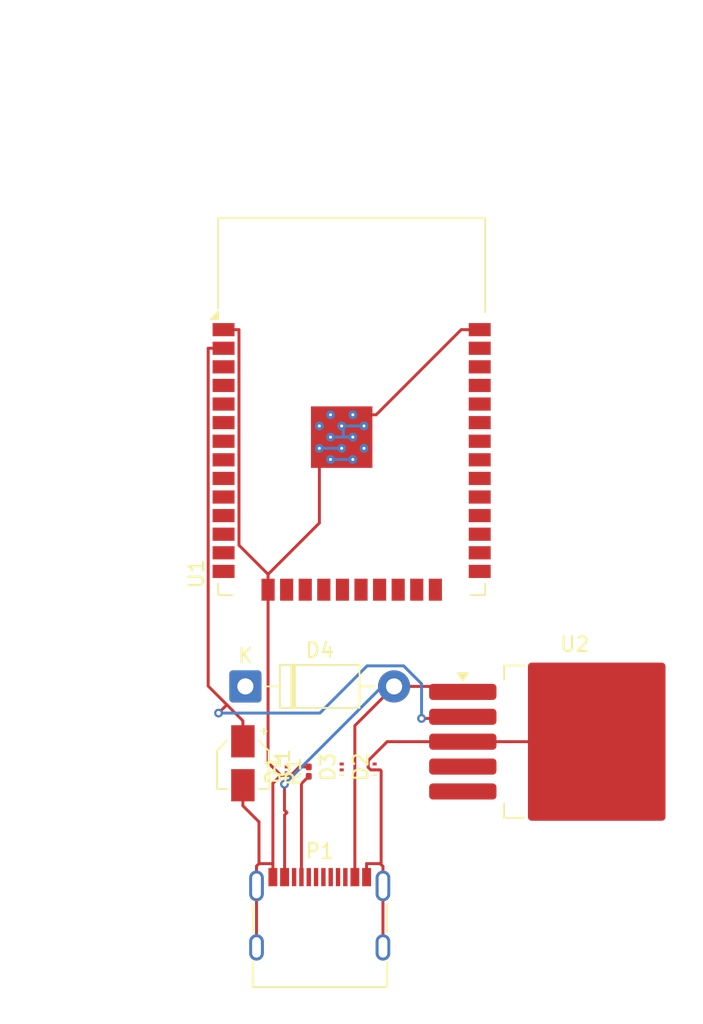
<source format=kicad_pcb>
(kicad_pcb (version 20241229) (generator "pcbnew") (generator_version "9.0")
  (layers (0 "F.Cu" signal) (2 "B.Cu" signal) (13 "F.Paste" user) (15 "B.Paste" user) (5 "F.SilkS" user "F.Silkscreen") (7 "B.SilkS" user "B.Silkscreen") (1 "F.Mask" user) (3 "B.Mask" user) (25 "Edge.Cuts" user))
  (net 0 "")
  (net 1 "+3V3")
  (net 2 "GND")
  (net 38 "+5V")
  (net 40 "/USB_DN")
  (net 41 "/USB_DP")
  (net 42 "VCC_5V")
  (net 43 "/VCONN")
  (net 44 "Net-(P1-CC)")
  (footprint "Diode_SMD:Nexperia_DSN0603-2_0.6x0.3mm_P0.4mm" (layer "F.Cu") (at 50 124.25 90)
    (property "Reference" "D3" (at 0 -0.95 90) (layer "F.SilkS"))
    (property "Value" "D_TVS")
    (fp_line (start -0.56 0.1) (end -0.56 -0.1) (stroke (width 0.12)) (layer "F.SilkS"))
    (pad "1" smd rect (at -0.2 0 180) (size 0.28 0.2) (layers "F.Cu" "F.Mask") (net 2 "GND") (clearance 0.05))
    (pad "2" smd rect (at 0.2 0 180) (size 0.28 0.2) (layers "F.Cu" "F.Mask") (net 41 "/USB_DP") (clearance 0.05))
  )
  (footprint "Capacitor_SMD:CP_Elec_3x5.3" (layer "F.Cu") (at 43.25 124 -90)
    (property "Reference" "C1" (at 0 -2.7 90) (layer "F.SilkS"))
    (property "Value" "C")
    (fp_line (start -0.870563 1.76) (end 1.76 1.76) (stroke (width 0.12)) (layer "F.SilkS"))
    (fp_line (start 1.76 1.76) (end 1.76 1.06) (stroke (width 0.12)) (layer "F.SilkS"))
    (fp_line (start -1.570563 1.06) (end -0.870563 1.76) (stroke (width 0.12)) (layer "F.SilkS"))
    (fp_line (start -1.570563 -1.06) (end -0.870563 -1.76) (stroke (width 0.12)) (layer "F.SilkS"))
    (fp_line (start -2.375 -1.435) (end -2 -1.435) (stroke (width 0.12)) (layer "F.SilkS"))
    (fp_line (start -2.1875 -1.6225) (end -2.1875 -1.2475) (stroke (width 0.12)) (layer "F.SilkS"))
    (fp_line (start -0.870563 -1.76) (end 1.76 -1.76) (stroke (width 0.12)) (layer "F.SilkS"))
    (fp_line (start 1.76 -1.76) (end 1.76 -1.06) (stroke (width 0.12)) (layer "F.SilkS"))
    (pad "1" smd rect (at -1.5 0 270) (size 2.2 1.6) (layers "F.Cu" "F.Mask" "F.Paste") (net 1 "+3V3"))
    (pad "2" smd rect (at 1.5 0 270) (size 2.2 1.6) (layers "F.Cu" "F.Mask" "F.Paste") (net 2 "GND"))
  )
  (footprint "Diode_SMD:Nexperia_DSN0603-2_0.6x0.3mm_P0.4mm" (layer "F.Cu") (at 52.25 124.25 90)
    (property "Reference" "D2" (at 0 -0.95 90) (layer "F.SilkS"))
    (property "Value" "D_TVS")
    (fp_line (start -0.56 0.1) (end -0.56 -0.1) (stroke (width 0.12)) (layer "F.SilkS"))
    (pad "1" smd rect (at -0.2 0 180) (size 0.28 0.2) (layers "F.Cu" "F.Mask") (net 2 "GND") (clearance 0.05))
    (pad "2" smd rect (at 0.2 0 180) (size 0.28 0.2) (layers "F.Cu" "F.Mask") (net 40 "/USB_DN") (clearance 0.05))
  )
  (footprint "RF_Module:ESP32-WROOM-32" (layer "F.Cu") (at 50.68 102.635)
    (property "Reference" "U1" (at -10.61 8.43 90) (layer "F.SilkS"))
    (property "Value" "ESP32-WROOM-32")
    (fp_line (start -9.12 -15.86) (end -9.12 -9.7) (stroke (width 0.12)) (layer "F.SilkS"))
    (fp_line (start -9.12 -15.86) (end 9.12 -15.86) (stroke (width 0.12)) (layer "F.SilkS"))
    (fp_line (start -9.12 9.1) (end -9.12 9.88) (stroke (width 0.12)) (layer "F.SilkS"))
    (fp_line (start -9.12 9.88) (end -8.12 9.88) (stroke (width 0.12)) (layer "F.SilkS"))
    (fp_line (start 9.12 -15.86) (end 9.12 -9.445) (stroke (width 0.12)) (layer "F.SilkS"))
    (fp_line (start 9.12 9.1) (end 9.12 9.88) (stroke (width 0.12)) (layer "F.SilkS"))
    (fp_line (start 9.12 9.88) (end 8.12 9.88) (stroke (width 0.12)) (layer "F.SilkS"))
    (fp_poly (pts (xy -9.125 -8.975) (xy -9.625 -8.975) (xy -9.125 -9.475) (xy -9.125 -8.975)) (stroke (width 0.12)) (fill yes) (layer "F.SilkS"))
    (pad "1" smd rect (at -8.75 -8.25) (size 1.5 0.9) (layers "F.Cu" "F.Mask" "F.Paste") (net 2 "GND"))
    (pad "2" smd rect (at -8.75 -6.98) (size 1.5 0.9) (layers "F.Cu" "F.Mask" "F.Paste") (net 1 "+3V3"))
    (pad "3" smd rect (at -8.75 -5.71) (size 1.5 0.9) (layers "F.Cu" "F.Mask" "F.Paste"))
    (pad "4" smd rect (at -8.75 -4.44) (size 1.5 0.9) (layers "F.Cu" "F.Mask" "F.Paste"))
    (pad "5" smd rect (at -8.75 -3.17) (size 1.5 0.9) (layers "F.Cu" "F.Mask" "F.Paste"))
    (pad "6" smd rect (at -8.75 -1.9) (size 1.5 0.9) (layers "F.Cu" "F.Mask" "F.Paste"))
    (pad "7" smd rect (at -8.75 -0.63) (size 1.5 0.9) (layers "F.Cu" "F.Mask" "F.Paste"))
    (pad "8" smd rect (at -8.75 0.64) (size 1.5 0.9) (layers "F.Cu" "F.Mask" "F.Paste"))
    (pad "9" smd rect (at -8.75 1.91) (size 1.5 0.9) (layers "F.Cu" "F.Mask" "F.Paste"))
    (pad "10" smd rect (at -8.75 3.18) (size 1.5 0.9) (layers "F.Cu" "F.Mask" "F.Paste"))
    (pad "11" smd rect (at -8.75 4.45) (size 1.5 0.9) (layers "F.Cu" "F.Mask" "F.Paste"))
    (pad "12" smd rect (at -8.75 5.72) (size 1.5 0.9) (layers "F.Cu" "F.Mask" "F.Paste"))
    (pad "13" smd rect (at -8.75 6.99) (size 1.5 0.9) (layers "F.Cu" "F.Mask" "F.Paste"))
    (pad "14" smd rect (at -8.75 8.26) (size 1.5 0.9) (layers "F.Cu" "F.Mask" "F.Paste"))
    (pad "15" smd rect (at -5.71 9.51 90) (size 1.5 0.9) (layers "F.Cu" "F.Mask" "F.Paste") (net 2 "GND"))
    (pad "16" smd rect (at -4.44 9.51 90) (size 1.5 0.9) (layers "F.Cu" "F.Mask" "F.Paste"))
    (pad "17" smd rect (at -3.17 9.51 90) (size 1.5 0.9) (layers "F.Cu" "F.Mask" "F.Paste"))
    (pad "18" smd rect (at -1.9 9.51 90) (size 1.5 0.9) (layers "F.Cu" "F.Mask" "F.Paste"))
    (pad "19" smd rect (at -0.63 9.51 90) (size 1.5 0.9) (layers "F.Cu" "F.Mask" "F.Paste"))
    (pad "20" smd rect (at 0.64 9.51 90) (size 1.5 0.9) (layers "F.Cu" "F.Mask" "F.Paste"))
    (pad "21" smd rect (at 1.91 9.51 90) (size 1.5 0.9) (layers "F.Cu" "F.Mask" "F.Paste"))
    (pad "22" smd rect (at 3.18 9.51 90) (size 1.5 0.9) (layers "F.Cu" "F.Mask" "F.Paste"))
    (pad "23" smd rect (at 4.45 9.51 90) (size 1.5 0.9) (layers "F.Cu" "F.Mask" "F.Paste"))
    (pad "24" smd rect (at 5.72 9.51 90) (size 1.5 0.9) (layers "F.Cu" "F.Mask" "F.Paste"))
    (pad "25" smd rect (at 8.75 8.26) (size 1.5 0.9) (layers "F.Cu" "F.Mask" "F.Paste"))
    (pad "26" smd rect (at 8.75 6.99) (size 1.5 0.9) (layers "F.Cu" "F.Mask" "F.Paste"))
    (pad "27" smd rect (at 8.75 5.72) (size 1.5 0.9) (layers "F.Cu" "F.Mask" "F.Paste"))
    (pad "28" smd rect (at 8.75 4.45) (size 1.5 0.9) (layers "F.Cu" "F.Mask" "F.Paste"))
    (pad "29" smd rect (at 8.75 3.18) (size 1.5 0.9) (layers "F.Cu" "F.Mask" "F.Paste"))
    (pad "30" smd rect (at 8.75 1.91) (size 1.5 0.9) (layers "F.Cu" "F.Mask" "F.Paste"))
    (pad "31" smd rect (at 8.75 0.64) (size 1.5 0.9) (layers "F.Cu" "F.Mask" "F.Paste"))
    (pad "32" smd rect (at 8.75 -0.63) (size 1.5 0.9) (layers "F.Cu" "F.Mask" "F.Paste"))
    (pad "33" smd rect (at 8.75 -1.9) (size 1.5 0.9) (layers "F.Cu" "F.Mask" "F.Paste"))
    (pad "34" smd rect (at 8.75 -3.17) (size 1.5 0.9) (layers "F.Cu" "F.Mask" "F.Paste"))
    (pad "35" smd rect (at 8.75 -4.44) (size 1.5 0.9) (layers "F.Cu" "F.Mask" "F.Paste"))
    (pad "36" smd rect (at 8.75 -5.71) (size 1.5 0.9) (layers "F.Cu" "F.Mask" "F.Paste"))
    (pad "37" smd rect (at 8.75 -6.98) (size 1.5 0.9) (layers "F.Cu" "F.Mask" "F.Paste"))
    (pad "38" smd rect (at 8.75 -8.25) (size 1.5 0.9) (layers "F.Cu" "F.Mask" "F.Paste") (net 2 "GND"))
    (pad "39" smd rect (at -2.205 -2.435) (size 1.05 1.05) (layers "F.Cu" "F.Paste") (net 2 "GND"))
    (pad "39" thru_hole circle (at -2.205 -1.6725) (size 0.6 0.6) (drill 0.2) (property pad_prop_heatsink) (layers "*.Cu" "F.Mask") (net 2 "GND"))
    (pad "39" smd rect (at -2.205 -0.91) (size 1.05 1.05) (layers "F.Cu" "F.Paste") (net 2 "GND"))
    (pad "39" thru_hole circle (at -2.205 -0.1475) (size 0.6 0.6) (drill 0.2) (property pad_prop_heatsink) (layers "*.Cu" "F.Mask") (net 2 "GND"))
    (pad "39" smd rect (at -2.205 0.615) (size 1.05 1.05) (layers "F.Cu" "F.Paste") (net 2 "GND"))
    (pad "39" thru_hole circle (at -1.4425 -2.435) (size 0.6 0.6) (drill 0.2) (property pad_prop_heatsink) (layers "*.Cu" "F.Mask") (net 2 "GND"))
    (pad "39" thru_hole circle (at -1.4425 -0.91) (size 0.6 0.6) (drill 0.2) (property pad_prop_heatsink) (layers "*.Cu" "F.Mask") (net 2 "GND"))
    (pad "39" thru_hole circle (at -1.4425 0.615) (size 0.6 0.6) (drill 0.2) (property pad_prop_heatsink) (layers "*.Cu" "F.Mask") (net 2 "GND"))
    (pad "39" smd rect (at -0.68 -2.435) (size 1.05 1.05) (layers "F.Cu" "F.Paste") (net 2 "GND"))
    (pad "39" thru_hole circle (at -0.68 -1.6725) (size 0.6 0.6) (drill 0.2) (property pad_prop_heatsink) (layers "*.Cu" "F.Mask") (net 2 "GND"))
    (pad "39" smd rect (at -0.68 -0.91) (size 1.05 1.05) (layers "F.Cu" "F.Paste") (net 2 "GND"))
    (pad "39" smd rect (at -0.68 -0.91) (size 4.2 4.2) (property pad_prop_heatsink) (layers "F.Cu" "F.Mask") (net 2 "GND"))
    (pad "39" thru_hole circle (at -0.68 -0.1475) (size 0.6 0.6) (drill 0.2) (property pad_prop_heatsink) (layers "*.Cu" "F.Mask") (net 2 "GND"))
    (pad "39" smd rect (at -0.68 0.615) (size 1.05 1.05) (layers "F.Cu" "F.Paste") (net 2 "GND"))
    (pad "39" thru_hole circle (at 0.0825 -2.435) (size 0.6 0.6) (drill 0.2) (property pad_prop_heatsink) (layers "*.Cu" "F.Mask") (net 2 "GND"))
    (pad "39" thru_hole circle (at 0.0825 -0.91) (size 0.6 0.6) (drill 0.2) (property pad_prop_heatsink) (layers "*.Cu" "F.Mask") (net 2 "GND"))
    (pad "39" thru_hole circle (at 0.0825 0.615) (size 0.6 0.6) (drill 0.2) (property pad_prop_heatsink) (layers "*.Cu" "F.Mask") (net 2 "GND"))
    (pad "39" smd rect (at 0.845 -2.435) (size 1.05 1.05) (layers "F.Cu" "F.Paste") (net 2 "GND"))
    (pad "39" thru_hole circle (at 0.845 -1.6725) (size 0.6 0.6) (drill 0.2) (property pad_prop_heatsink) (layers "*.Cu" "F.Mask") (net 2 "GND"))
    (pad "39" smd rect (at 0.845 -0.91) (size 1.05 1.05) (layers "F.Cu" "F.Paste") (net 2 "GND"))
    (pad "39" thru_hole circle (at 0.845 -0.1475) (size 0.6 0.6) (drill 0.2) (property pad_prop_heatsink) (layers "*.Cu" "F.Mask") (net 2 "GND"))
    (pad "39" smd rect (at 0.845 0.615) (size 1.05 1.05) (layers "F.Cu" "F.Paste") (net 2 "GND"))
  )
  (footprint "Diode_THT:D_DO-41_SOD81_P10.16mm_Horizontal" (layer "F.Cu") (at 43.42 118.75)
    (property "Reference" "D4" (at 5.08 -2.47 0) (layer "F.SilkS"))
    (property "Value" "1N5819")
    (fp_line (start 1.34 0) (end 2.36 0) (stroke (width 0.12)) (layer "F.SilkS"))
    (fp_line (start 3.14 -1.47) (end 3.14 1.47) (stroke (width 0.12)) (layer "F.SilkS"))
    (fp_line (start 3.26 -1.47) (end 3.26 1.47) (stroke (width 0.12)) (layer "F.SilkS"))
    (fp_line (start 3.38 -1.47) (end 3.38 1.47) (stroke (width 0.12)) (layer "F.SilkS"))
    (fp_line (start 8.82 0) (end 7.8 0) (stroke (width 0.12)) (layer "F.SilkS"))
    (fp_rect (start 2.36 -1.47) (end 7.8 1.47) (stroke (width 0.12)) (fill no) (layer "F.SilkS"))
    (fp_text user "K" (at 0 -2.1 0) (layer "F.SilkS"))
    (pad "1" thru_hole roundrect (at 0 0) (size 2.2 2.2) (drill 1.1) (layers "*.Cu" "*.Mask") (roundrect_rratio 0.113636) (net 42 "VCC_5V"))
    (pad "2" thru_hole circle (at 10.16 0) (size 2.2 2.2) (drill 1.1) (layers "*.Cu" "*.Mask") (net 38 "+5V"))
  )
  (footprint "Diode_SMD:Nexperia_DSN0603-2_0.6x0.3mm_P0.4mm" (layer "F.Cu") (at 46.25 124.45 90)
    (property "Reference" "D1" (at 0 -0.95 90) (layer "F.SilkS"))
    (property "Value" "D_TVS")
    (fp_line (start -0.56 0.1) (end -0.56 -0.1) (stroke (width 0.12)) (layer "F.SilkS"))
    (pad "1" smd rect (at -0.2 0 180) (size 0.28 0.2) (layers "F.Cu" "F.Mask") (net 2 "GND") (clearance 0.05))
    (pad "2" smd rect (at 0.2 0 180) (size 0.28 0.2) (layers "F.Cu" "F.Mask") (net 38 "+5V") (clearance 0.05))
  )
  (footprint "Package_TO_SOT_SMD:TO-263-5_TabPin3" (layer "F.Cu") (at 65.925 122.525)
    (property "Reference" "U2" (at 0 -6.65 0) (layer "F.SilkS"))
    (property "Value" "LM2576HVS-3.3")
    (fp_line (start -4.825 -5.2) (end -4.825 -4.25) (stroke (width 0.12)) (layer "F.SilkS"))
    (fp_line (start -4.825 5.2) (end -4.825 4.25) (stroke (width 0.12)) (layer "F.SilkS"))
    (fp_line (start -3.46 -5.2) (end -4.825 -5.2) (stroke (width 0.12)) (layer "F.SilkS"))
    (fp_line (start -3.46 5.2) (end -4.825 5.2) (stroke (width 0.12)) (layer "F.SilkS"))
    (fp_poly (pts (xy -7.65 -4.21) (xy -7.99 -4.68) (xy -7.31 -4.68)) (stroke (width 0.12)) (fill yes) (layer "F.SilkS"))
    (pad "1" smd roundrect (at -7.65 -3.4) (size 4.6 1.1) (layers "F.Cu" "F.Mask" "F.Paste") (roundrect_rratio 0.227273) (net 38 "+5V"))
    (pad "2" smd roundrect (at -7.65 -1.7) (size 4.6 1.1) (layers "F.Cu" "F.Mask" "F.Paste") (roundrect_rratio 0.227273) (net 1 "+3V3"))
    (pad "3" smd roundrect (at -7.65 0) (size 4.6 1.1) (layers "F.Cu" "F.Mask" "F.Paste") (roundrect_rratio 0.227273) (net 2 "GND"))
    (pad "3" smd roundrect (at 1.5 0) (size 9.4 10.8) (layers "F.Cu" "F.Mask") (roundrect_rratio 0.026596) (net 2 "GND"))
    (pad "4" smd roundrect (at -7.65 1.7) (size 4.6 1.1) (layers "F.Cu" "F.Mask" "F.Paste") (roundrect_rratio 0.227273))
    (pad "5" smd roundrect (at -7.65 3.4) (size 4.6 1.1) (layers "F.Cu" "F.Mask" "F.Paste") (roundrect_rratio 0.227273))
  )
  (footprint "Connector_USB:USB_C_Receptacle_G-Switch_GT-USB-7010ASV" (layer "F.Cu") (at 48.5 135.5)
    (property "Reference" "P1" (at 0 -5.5 0) (layer "F.SilkS"))
    (property "Value" "USB_C_Plug_USB2.0")
    (fp_line (start -4.58 -1.85) (end -4.58 0.07) (stroke (width 0.12)) (layer "F.SilkS"))
    (fp_line (start -4.58 3.785) (end -4.58 2.08) (stroke (width 0.12)) (layer "F.SilkS"))
    (fp_line (start 4.58 0.07) (end 4.58 -1.85) (stroke (width 0.12)) (layer "F.SilkS"))
    (fp_line (start 4.58 2.08) (end 4.58 3.785) (stroke (width 0.12)) (layer "F.SilkS"))
    (fp_line (start 4.58 3.785) (end -4.58 3.785) (stroke (width 0.12)) (layer "F.SilkS"))
    (pad "" np_thru_hole circle (at -2.89 -2.605) (size 0.65 0.65) (drill 0.65) (layers "*.Cu" "*.Mask"))
    (pad "" np_thru_hole circle (at 2.89 -2.605) (size 0.65 0.65) (drill 0.65) (layers "*.Cu" "*.Mask"))
    (pad "A1" smd rect (at -3.2 -3.725) (size 0.6 1.24) (layers "F.Cu" "F.Mask" "F.Paste") (net 2 "GND"))
    (pad "A4" smd rect (at -2.4 -3.725) (size 0.6 1.24) (layers "F.Cu" "F.Mask" "F.Paste") (net 38 "+5V"))
    (pad "A5" smd rect (at -1.25 -3.725) (size 0.3 1.24) (layers "F.Cu" "F.Mask" "F.Paste") (net 44 "Net-(P1-CC)"))
    (pad "A6" smd rect (at -0.25 -3.725) (size 0.3 1.24) (layers "F.Cu" "F.Mask" "F.Paste") (net 41 "/USB_DP"))
    (pad "A7" smd rect (at 0.25 -3.725) (size 0.3 1.24) (layers "F.Cu" "F.Mask" "F.Paste") (net 40 "/USB_DN"))
    (pad "A8" smd rect (at 1.25 -3.725) (size 0.3 1.24) (layers "F.Cu" "F.Mask" "F.Paste"))
    (pad "A9" smd rect (at 2.4 -3.725) (size 0.6 1.24) (layers "F.Cu" "F.Mask" "F.Paste") (net 38 "+5V"))
    (pad "A12" smd rect (at 3.2 -3.725) (size 0.6 1.24) (layers "F.Cu" "F.Mask" "F.Paste") (net 2 "GND"))
    (pad "B1" smd rect (at 3.2 -3.725) (size 0.6 1.24) (layers "F.Cu" "F.Mask" "F.Paste") (net 2 "GND"))
    (pad "B4" smd rect (at 2.4 -3.725) (size 0.6 1.24) (layers "F.Cu" "F.Mask" "F.Paste") (net 38 "+5V"))
    (pad "B5" smd rect (at 1.75 -3.725) (size 0.3 1.24) (layers "F.Cu" "F.Mask" "F.Paste") (net 43 "/VCONN"))
    (pad "B6" smd rect (at 0.75 -3.725) (size 0.3 1.24) (layers "F.Cu" "F.Mask" "F.Paste"))
    (pad "B7" smd rect (at -0.75 -3.725) (size 0.3 1.24) (layers "F.Cu" "F.Mask" "F.Paste"))
    (pad "B8" smd rect (at -1.75 -3.725) (size 0.3 1.24) (layers "F.Cu" "F.Mask" "F.Paste"))
    (pad "B9" smd rect (at -2.4 -3.725) (size 0.6 1.24) (layers "F.Cu" "F.Mask" "F.Paste") (net 38 "+5V"))
    (pad "B12" smd rect (at -3.2 -3.725) (size 0.6 1.24) (layers "F.Cu" "F.Mask" "F.Paste") (net 2 "GND"))
    (pad "S1" thru_hole oval (at -4.32 -3.125) (size 1 2.1) (drill oval 0.6 1.7) (property pad_prop_heatsink) (layers "*.Cu" "*.Mask") (net 2 "GND"))
    (pad "S1" thru_hole oval (at -4.32 1.075) (size 1 1.8) (drill oval 0.6 1.4) (property pad_prop_heatsink) (layers "*.Cu" "*.Mask") (net 2 "GND"))
    (pad "S1" thru_hole oval (at 4.32 -3.125) (size 1 2.1) (drill oval 0.6 1.7) (property pad_prop_heatsink) (layers "*.Cu" "*.Mask") (net 2 "GND"))
    (pad "S1" thru_hole oval (at 4.32 1.075) (size 1 1.8) (drill oval 0.6 1.4) (property pad_prop_heatsink) (layers "*.Cu" "*.Mask") (net 2 "GND"))
  )
  (footprint "Resistor_SMD:R_0201_0603Metric" (layer "F.Cu") (at 47.75 124.57 90)
    (property "Reference" "R1" (at 0 -1.05 90) (layer "F.SilkS"))
    (property "Value" "5.1k")
    (pad "1" smd roundrect (at -0.32 0 90) (size 0.46 0.4) (layers "F.Cu" "F.Mask") (net 44 "Net-(P1-CC)"))
    (pad "2" smd roundrect (at 0.32 0 90) (size 0.46 0.4) (layers "F.Cu" "F.Mask") (net 2 "GND"))
  )
  (segment (start 42.155 120.0032) (end 43.25 121.0983) (width 0.2) (layer "F.Cu") (net 1))
  (segment (start 58.1618 120.9382) (end 58.275 120.825) (width 0.2) (layer "F.Cu") (net 1))
  (segment (start 41.5879 120.5703) (end 42.155 120.0032) (width 0.2) (layer "F.Cu") (net 1))
  (segment (start 40.8783 118.7266) (end 42.155 120.0032) (width 0.2) (layer "F.Cu") (net 1))
  (segment (start 41.93 95.655) (end 40.8783 95.655) (width 0.2) (layer "F.Cu") (net 1))
  (segment (start 43.25 122.5) (end 43.25 121.0983) (width 0.2) (layer "F.Cu") (net 1))
  (segment (start 40.8783 95.655) (end 40.8783 118.7266) (width 0.2) (layer "F.Cu") (net 1))
  (segment (start 55.4561 120.9382) (end 58.1618 120.9382) (width 0.2) (layer "F.Cu") (net 1))
  (via (at 55.4561 120.9382) (size 0.6) (drill 0.3) (layers "F.Cu" "B.Cu") (net 1))
  (via (at 41.5879 120.5703) (size 0.6) (drill 0.3) (layers "F.Cu" "B.Cu") (net 1))
  (segment (start 54.2315 117.3466) (end 55.4561 118.5712) (width 0.2) (layer "B.Cu") (net 1))
  (segment (start 41.5879 120.5703) (end 48.512 120.5703) (width 0.2) (layer "B.Cu") (net 1))
  (segment (start 48.512 120.5703) (end 51.7357 117.3466) (width 0.2) (layer "B.Cu") (net 1))
  (segment (start 55.4561 118.5712) (end 55.4561 120.9382) (width 0.2) (layer "B.Cu") (net 1))
  (segment (start 51.7357 117.3466) (end 54.2315 117.3466) (width 0.2) (layer "B.Cu") (net 1))
  (segment (start 51.525 100.9625) (end 51.525 100.2) (width 0.2) (layer "F.Cu") (net 2))
  (segment (start 58.275 122.525) (end 53.1083 122.525) (width 0.2) (layer "F.Cu") (net 2))
  (segment (start 51.525 103.25) (end 51.525 102.4875) (width 0.2) (layer "F.Cu") (net 2))
  (segment (start 47.1048 124.25) (end 46.5319 124.8229) (width 0.2) (layer "F.Cu") (net 2))
  (segment (start 48.475 100.9625) (end 48.475 100.2) (width 0.2) (layer "F.Cu") (net 2))
  (segment (start 45.3 130.8548) (end 45.3 130.8533) (width 0.2) (layer "F.Cu") (net 2))
  (segment (start 42.9817 94.385) (end 42.9817 109.105) (width 0.2) (layer "F.Cu") (net 2))
  (segment (start 45.3 125.3656) (end 45.3 130.8533) (width 0.2) (layer "F.Cu") (net 2))
  (segment (start 43.25 126.9017) (end 44.35 128.0017) (width 0.2) (layer "F.Cu") (net 2))
  (segment (start 52.82 136.575) (end 52.82 132.375) (width 0.2) (layer "F.Cu") (net 2))
  (segment (start 52.6946 130.7919) (end 52.6332 130.8533) (width 0.2) (layer "F.Cu") (net 2))
  (segment (start 45.3 130.8533) (end 44.35 130.8533) (width 0.2) (layer "F.Cu") (net 2))
  (segment (start 49.2375 103.25) (end 49.2375 101.725) (width 0.2) (layer "F.Cu") (net 2))
  (segment (start 48.475 101.725) (end 48.475 100.9625) (width 0.2) (layer "F.Cu") (net 2))
  (segment (start 46.5319 124.8229) (end 45.8427 124.8229) (width 0.2) (layer "F.Cu") (net 2))
  (segment (start 52.5151 124.4516) (end 52.5255 124.4516) (width 0.2) (layer "F.Cu") (net 2))
  (segment (start 51.525 102.4875) (end 51.525 101.725) (width 0.2) (layer "F.Cu") (net 2))
  (segment (start 45.3 131.775) (end 45.3 130.9541) (width 0.2) (layer "F.Cu") (net 2))
  (segment (start 52.6332 130.8533) (end 52.82 131.0401) (width 0.2) (layer "F.Cu") (net 2))
  (segment (start 41.93 94.385) (end 42.9817 94.385) (width 0.2) (layer "F.Cu") (net 2))
  (segment (start 50 103.25) (end 50 102.4875) (width 0.2) (layer "F.Cu") (net 2))
  (segment (start 52.5256 124.4517) (end 52.6362 124.4517) (width 0.2) (layer "F.Cu") (net 2))
  (segment (start 51.985 124.4517) (end 52.515 124.4517) (width 0.2) (layer "F.Cu") (net 2))
  (segment (start 44.97 111.0948) (end 48.475 107.5898) (width 0.2) (layer "F.Cu") (net 2))
  (segment (start 51.525 100.2) (end 52.3517 100.2) (width 0.2) (layer "F.Cu") (net 2))
  (segment (start 51.7 130.8533) (end 52.6332 130.8533) (width 0.2) (layer "F.Cu") (net 2))
  (segment (start 67.425 122.525) (end 58.275 122.525) (width 0.2) (layer "F.Cu") (net 2))
  (segment (start 52.6362 124.4517) (end 52.6946 124.5101) (width 0.2) (layer "F.Cu") (net 2))
  (segment (start 50 102.4875) (end 50 101.725) (width 0.2) (layer "F.Cu") (net 2))
  (segment (start 50 100.2) (end 50 100.9625) (width 0.2) (layer "F.Cu") (net 2))
  (segment (start 51.7 131.775) (end 51.7 130.8533) (width 0.2) (layer "F.Cu") (net 2))
  (segment (start 44.97 112.145) (end 44.97 123.9502) (width 0.2) (layer "F.Cu") (net 2))
  (segment (start 49.2375 100.2) (end 49.2375 101.725) (width 0.2) (layer "F.Cu") (net 2))
  (segment (start 58.1667 94.385) (end 52.3517 100.2) (width 0.2) (layer "F.Cu") (net 2))
  (segment (start 52.82 132.375) (end 52.82 131.6991) (width 0.2) (layer "F.Cu") (net 2))
  (segment (start 44.18 132.375) (end 44.18 131.0233) (width 0.2) (layer "F.Cu") (net 2))
  (segment (start 53.1083 122.525) (end 51.8083 123.825) (width 0.2) (layer "F.Cu") (net 2))
  (segment (start 43.25 125.5) (end 43.25 126.9017) (width 0.2) (layer "F.Cu") (net 2))
  (segment (start 45.3 130.9541) (end 45.3 130.8548) (width 0.2) (layer "F.Cu") (net 2))
  (segment (start 48.475 107.5898) (end 48.475 103.25) (width 0.2) (layer "F.Cu") (net 2))
  (segment (start 52.5255 124.4516) (end 52.5256 124.4517) (width 0.2) (layer "F.Cu") (net 2))
  (segment (start 51.8083 124.275) (end 51.985 124.4517) (width 0.2) (layer "F.Cu") (net 2))
  (segment (start 44.35 128.0017) (end 44.35 130.8533) (width 0.2) (layer "F.Cu") (net 2))
  (segment (start 45.8427 124.8229) (end 45.3 125.3656) (width 0.2) (layer "F.Cu") (net 2))
  (segment (start 59.43 94.385) (end 58.1667 94.385) (width 0.2) (layer "F.Cu") (net 2))
  (segment (start 50 101.725) (end 50 100.9625) (width 0.2) (layer "F.Cu") (net 2))
  (segment (start 52.82 131.0401) (end 52.82 131.6991) (width 0.2) (layer "F.Cu") (net 2))
  (segment (start 52.515 124.4517) (end 52.5151 124.4516) (width 0.2) (layer "F.Cu") (net 2))
  (segment (start 48.475 103.25) (end 48.475 102.4875) (width 0.2) (layer "F.Cu") (net 2))
  (segment (start 44.35 130.8533) (end 44.18 131.0233) (width 0.2) (layer "F.Cu") (net 2))
  (segment (start 47.75 124.25) (end 47.1048 124.25) (width 0.2) (layer "F.Cu") (net 2))
  (segment (start 44.18 136.575) (end 44.18 132.375) (width 0.2) (layer "F.Cu") (net 2))
  (segment (start 44.97 111.0948) (end 44.97 111.0933) (width 0.2) (layer "F.Cu") (net 2))
  (segment (start 44.97 111.1941) (end 44.97 111.0948) (width 0.2) (layer "F.Cu") (net 2))
  (segment (start 51.8083 123.825) (end 51.8083 124.275) (width 0.2) (layer "F.Cu") (net 2))
  (segment (start 52.6946 124.5101) (end 52.6946 130.7919) (width 0.2) (layer "F.Cu") (net 2))
  (segment (start 44.97 112.145) (end 44.97 111.1941) (width 0.2) (layer "F.Cu") (net 2))
  (segment (start 50.7625 101.725) (end 50.7625 100.2) (width 0.2) (layer "F.Cu") (net 2))
  (segment (start 44.97 123.9502) (end 45.8427 124.8229) (width 0.2) (layer "F.Cu") (net 2))
  (segment (start 42.9817 109.105) (end 44.97 111.0933) (width 0.2) (layer "F.Cu") (net 2))
  (segment (start 51.525 101.725) (end 51.525 100.9625) (width 0.2) (layer "F.Cu") (net 2))
  (segment (start 48.475 102.4875) (end 48.475 101.725) (width 0.2) (layer "F.Cu") (net 2))
  (segment (start 50.7625 103.25) (end 49.2375 103.25) (width 0.2) (layer "B.Cu") (net 2))
  (segment (start 50.7625 101.725) (end 50.1136 101.725) (width 0.2) (layer "B.Cu") (net 2))
  (segment (start 51.525 100.9625) (end 50.1136 100.9625) (width 0.2) (layer "B.Cu") (net 2))
  (segment (start 50.1136 101.725) (end 49.2375 101.725) (width 0.2) (layer "B.Cu") (net 2))
  (segment (start 50.1136 100.9625) (end 50 100.9625) (width 0.2) (layer "B.Cu") (net 2))
  (segment (start 50 102.4875) (end 48.475 102.4875) (width 0.2) (layer "B.Cu") (net 2))
  (segment (start 50.1136 101.725) (end 50.1136 100.9625) (width 0.2) (layer "B.Cu") (net 2))
  (segment (start 46.2581 127.3678) (end 46.0918 127.2015) (width 0.2) (layer "F.Cu") (net 38))
  (segment (start 50.9 131.775) (end 50.9 121.43) (width 0.2) (layer "F.Cu") (net 38))
  (segment (start 46.2581 127.3678) (end 46.0918 127.2015) (width 0.2) (layer "F.Cu") (net 38))
  (segment (start 50.9 121.43) (end 53.58 118.75) (width 0.2) (layer "F.Cu") (net 38))
  (segment (start 46.1 127.5259) (end 46.2581 127.3678) (width 0.2) (layer "F.Cu") (net 38))
  (segment (start 58.275 119.125) (end 57.9 118.75) (width 0.2) (layer "F.Cu") (net 38))
  (segment (start 46.1 131.775) (end 46.1 130.8533) (width 0.2) (layer "F.Cu") (net 38))
  (segment (start 57.9 118.75) (end 53.58 118.75) (width 0.2) (layer "F.Cu") (net 38))
  (segment (start 46.0918 127.2015) (end 46.0918 125.4246) (width 0.2) (layer "F.Cu") (net 38))
  (segment (start 46.1 130.8533) (end 46.1 127.5259) (width 0.2) (layer "F.Cu") (net 38))
  (via (at 46.0918 125.4246) (size 0.6) (drill 0.3) (layers "F.Cu" "B.Cu") (net 38))
  (segment (start 46.0918 125.4246) (end 52.7664 118.75) (width 0.2) (layer "B.Cu") (net 38))
  (segment (start 52.7664 118.75) (end 53.58 118.75) (width 0.2) (layer "B.Cu") (net 38))
  (segment (start 47.25 125.39) (end 47.25 131.775) (width 0.2) (layer "F.Cu") (net 44))
  (segment (start 47.75 124.89) (end 47.25 125.39) (width 0.2) (layer "F.Cu") (net 44))
)
</source>
